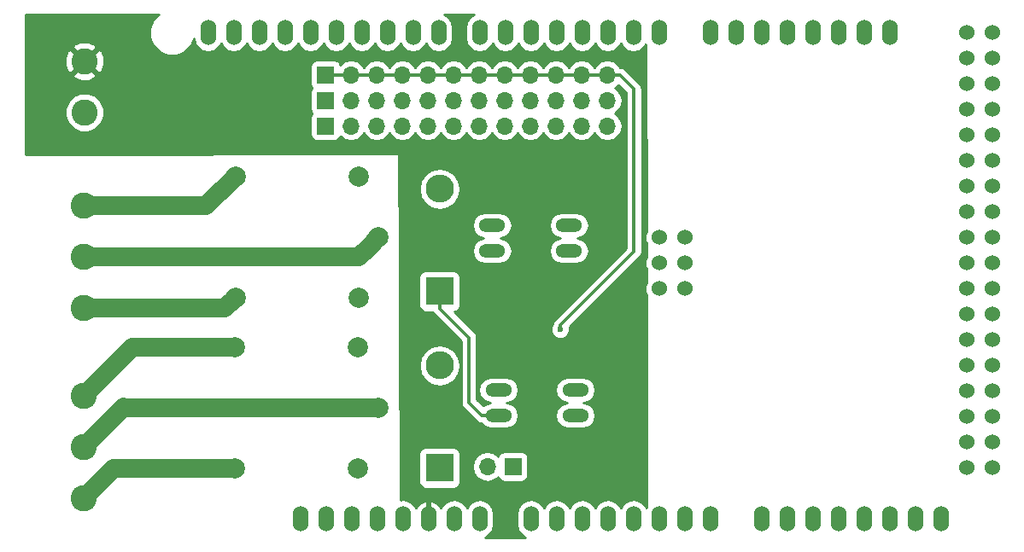
<source format=gbr>
G04 #@! TF.FileFunction,Copper,L2,Bot,Signal*
%FSLAX46Y46*%
G04 Gerber Fmt 4.6, Leading zero omitted, Abs format (unit mm)*
G04 Created by KiCad (PCBNEW 4.0.4-stable) date 04/20/17 14:33:44*
%MOMM*%
%LPD*%
G01*
G04 APERTURE LIST*
%ADD10C,0.100000*%
%ADD11C,0.600000*%
%ADD12R,2.800000X2.800000*%
%ADD13O,2.800000X2.800000*%
%ADD14R,1.700000X1.700000*%
%ADD15O,1.700000X1.700000*%
%ADD16C,2.000000*%
%ADD17O,1.524000X2.540000*%
%ADD18C,1.524000*%
%ADD19O,2.641600X1.320800*%
%ADD20C,2.600000*%
%ADD21C,0.300000*%
%ADD22C,1.850000*%
%ADD23C,0.254000*%
G04 APERTURE END LIST*
D10*
D11*
X196040000Y-65910000D03*
X193850000Y-65840000D03*
X190910000Y-65870000D03*
X188250000Y-65870000D03*
X198440000Y-65890000D03*
X166420000Y-59670000D03*
X164420000Y-59670000D03*
X162420000Y-59670000D03*
X160420000Y-59670000D03*
X166420000Y-57670000D03*
X164420000Y-57670000D03*
X162420000Y-57670000D03*
X160420000Y-57670000D03*
X199350000Y-82770000D03*
X197350000Y-82770000D03*
X199350000Y-80770000D03*
D12*
X189380000Y-96870000D03*
D13*
X189380000Y-86710000D03*
D12*
X189380000Y-79340000D03*
D13*
X189380000Y-69180000D03*
D14*
X178070000Y-60390000D03*
D15*
X180610000Y-60390000D03*
X183150000Y-60390000D03*
X185690000Y-60390000D03*
X188230000Y-60390000D03*
X190770000Y-60390000D03*
X193310000Y-60390000D03*
X195850000Y-60390000D03*
X198390000Y-60390000D03*
X200930000Y-60390000D03*
X203470000Y-60390000D03*
X206010000Y-60390000D03*
D14*
X178070000Y-62930000D03*
D15*
X180610000Y-62930000D03*
X183150000Y-62930000D03*
X185690000Y-62930000D03*
X188230000Y-62930000D03*
X190770000Y-62930000D03*
X193310000Y-62930000D03*
X195850000Y-62930000D03*
X198390000Y-62930000D03*
X200930000Y-62930000D03*
X203470000Y-62930000D03*
X206010000Y-62930000D03*
D14*
X196650000Y-96730000D03*
D15*
X194110000Y-96730000D03*
D14*
X178070000Y-57870000D03*
D15*
X180610000Y-57870000D03*
X183150000Y-57870000D03*
X185690000Y-57870000D03*
X188230000Y-57870000D03*
X190770000Y-57870000D03*
X193310000Y-57870000D03*
X195850000Y-57870000D03*
X198390000Y-57870000D03*
X200930000Y-57870000D03*
X203470000Y-57870000D03*
X206010000Y-57870000D03*
D16*
X183320000Y-90880000D03*
X181320000Y-96880000D03*
X181320000Y-84880000D03*
X169120000Y-96880000D03*
X169120000Y-84880000D03*
X183340000Y-73950000D03*
X181340000Y-79950000D03*
X181340000Y-67950000D03*
X169140000Y-79950000D03*
X169140000Y-67950000D03*
D17*
X216210000Y-53680000D03*
X218750000Y-53680000D03*
X221290000Y-53680000D03*
X223830000Y-53680000D03*
X226370000Y-53680000D03*
X228910000Y-53680000D03*
X231450000Y-53680000D03*
X233990000Y-53680000D03*
X239070000Y-101940000D03*
X236530000Y-101940000D03*
X233990000Y-101940000D03*
X231450000Y-101940000D03*
X221290000Y-101940000D03*
X216210000Y-101940000D03*
X213670000Y-101940000D03*
X223830000Y-101940000D03*
X226370000Y-101940000D03*
X228910000Y-101940000D03*
X211130000Y-101940000D03*
X208590000Y-101940000D03*
X206050000Y-101940000D03*
X198430000Y-101940000D03*
X200970000Y-101940000D03*
X203510000Y-101940000D03*
X193350000Y-101940000D03*
X190810000Y-101940000D03*
X188270000Y-101940000D03*
X183190000Y-101940000D03*
X180650000Y-101940000D03*
X211130000Y-53680000D03*
X208590000Y-53680000D03*
X206050000Y-53680000D03*
X203510000Y-53680000D03*
X200970000Y-53680000D03*
X198430000Y-53680000D03*
X195890000Y-53680000D03*
X193350000Y-53680000D03*
X189286000Y-53680000D03*
X186746000Y-53680000D03*
X184206000Y-53680000D03*
X181666000Y-53680000D03*
X179126000Y-53680000D03*
X176586000Y-53680000D03*
X174046000Y-53680000D03*
X171506000Y-53680000D03*
X185730000Y-101940000D03*
D18*
X241610000Y-56220000D03*
X244150000Y-56220000D03*
X241610000Y-58760000D03*
X244150000Y-58760000D03*
X241610000Y-61300000D03*
X244150000Y-61300000D03*
X241610000Y-63840000D03*
X244150000Y-63840000D03*
X241610000Y-53680000D03*
X244150000Y-53680000D03*
X244150000Y-66380000D03*
X241610000Y-66380000D03*
X241610000Y-68920000D03*
X244150000Y-68920000D03*
X241610000Y-71460000D03*
X244150000Y-71460000D03*
X241610000Y-74000000D03*
X244150000Y-74000000D03*
X241610000Y-76540000D03*
X244150000Y-76540000D03*
X241610000Y-79080000D03*
X244150000Y-79080000D03*
X241610000Y-81620000D03*
X244150000Y-81620000D03*
X241610000Y-84160000D03*
X244150000Y-84160000D03*
X241610000Y-86700000D03*
X244150000Y-86700000D03*
X241610000Y-89240000D03*
X244150000Y-89240000D03*
X241610000Y-91780000D03*
X244150000Y-91780000D03*
X241610000Y-94320000D03*
X244150000Y-94320000D03*
X241610000Y-96860000D03*
X244150000Y-96860000D03*
X211130000Y-74000000D03*
X213670000Y-74000000D03*
X211130000Y-76540000D03*
X213670000Y-76540000D03*
X211130000Y-79080000D03*
X213670000Y-79080000D03*
D17*
X178110000Y-101940000D03*
X175570000Y-101940000D03*
X168966000Y-53680000D03*
X166426000Y-53680000D03*
D19*
X202840000Y-91670000D03*
X202840000Y-89130000D03*
X195220000Y-89130000D03*
X195220000Y-91670000D03*
X202200000Y-75310000D03*
X202200000Y-72770000D03*
X194580000Y-72770000D03*
X194580000Y-75310000D03*
D20*
X154130000Y-75920000D03*
X154130000Y-70840000D03*
X154130000Y-81000000D03*
X154090000Y-94810000D03*
X154090000Y-89730000D03*
X154090000Y-99890000D03*
X154180000Y-56510000D03*
X154180000Y-61590000D03*
D11*
X197350000Y-80770000D03*
X201330000Y-83130000D03*
D21*
X195850000Y-57870000D02*
X198390000Y-57870000D01*
X203470000Y-57870000D02*
X206010000Y-57870000D01*
X200930000Y-57870000D02*
X203470000Y-57870000D01*
X198390000Y-57870000D02*
X200930000Y-57870000D01*
X193310000Y-57870000D02*
X195850000Y-57870000D01*
X190770000Y-57870000D02*
X193310000Y-57870000D01*
X188230000Y-57870000D02*
X190770000Y-57870000D01*
X185690000Y-57870000D02*
X188230000Y-57870000D01*
X183150000Y-57870000D02*
X185690000Y-57870000D01*
X180610000Y-57870000D02*
X183150000Y-57870000D01*
X178070000Y-57870000D02*
X180610000Y-57870000D01*
X201330000Y-83130000D02*
X201330000Y-82705736D01*
X201330000Y-82705736D02*
X208650000Y-75385736D01*
X208650000Y-75385736D02*
X208650000Y-59280000D01*
X208650000Y-59280000D02*
X207240000Y-57870000D01*
X207240000Y-57870000D02*
X206010000Y-57870000D01*
X192290000Y-90360800D02*
X192290000Y-83950000D01*
X192290000Y-83950000D02*
X189380000Y-81040000D01*
X189380000Y-81040000D02*
X189380000Y-79340000D01*
X195220000Y-91670000D02*
X193599200Y-91670000D01*
X193599200Y-91670000D02*
X192290000Y-90360800D01*
X193919600Y-75310000D02*
X194580000Y-75310000D01*
D22*
X154130000Y-81000000D02*
X168090000Y-81000000D01*
X168090000Y-81000000D02*
X169140000Y-79950000D01*
X154130000Y-75920000D02*
X154140000Y-75910000D01*
X154140000Y-75910000D02*
X181380000Y-75910000D01*
X181380000Y-75910000D02*
X182340001Y-74949999D01*
X182340001Y-74949999D02*
X183340000Y-73950000D01*
X154130000Y-70840000D02*
X166250000Y-70840000D01*
X166250000Y-70840000D02*
X169140000Y-67950000D01*
X155389999Y-98580001D02*
X157090000Y-96880000D01*
X157090000Y-96880000D02*
X169120000Y-96880000D01*
X154090000Y-99890000D02*
X155389999Y-98590001D01*
X155389999Y-98590001D02*
X155389999Y-98580001D01*
X158100000Y-90800000D02*
X158180000Y-90880000D01*
X158180000Y-90880000D02*
X183320000Y-90880000D01*
X154090000Y-94810000D02*
X158100000Y-90800000D01*
X154090000Y-89730000D02*
X158940000Y-84880000D01*
X158940000Y-84880000D02*
X159560000Y-84880000D01*
X159560000Y-84880000D02*
X169120000Y-84880000D01*
D23*
G36*
X192362172Y-52146851D02*
X192059340Y-52600070D01*
X191953000Y-53134679D01*
X191953000Y-54225321D01*
X192059340Y-54759930D01*
X192362172Y-55213149D01*
X192815391Y-55515981D01*
X193350000Y-55622321D01*
X193884609Y-55515981D01*
X194337828Y-55213149D01*
X194620000Y-54790850D01*
X194902172Y-55213149D01*
X195355391Y-55515981D01*
X195890000Y-55622321D01*
X196424609Y-55515981D01*
X196877828Y-55213149D01*
X197160000Y-54790850D01*
X197442172Y-55213149D01*
X197895391Y-55515981D01*
X198430000Y-55622321D01*
X198964609Y-55515981D01*
X199417828Y-55213149D01*
X199700000Y-54790850D01*
X199982172Y-55213149D01*
X200435391Y-55515981D01*
X200970000Y-55622321D01*
X201504609Y-55515981D01*
X201957828Y-55213149D01*
X202240000Y-54790850D01*
X202522172Y-55213149D01*
X202975391Y-55515981D01*
X203510000Y-55622321D01*
X204044609Y-55515981D01*
X204497828Y-55213149D01*
X204780000Y-54790850D01*
X205062172Y-55213149D01*
X205515391Y-55515981D01*
X206050000Y-55622321D01*
X206584609Y-55515981D01*
X207037828Y-55213149D01*
X207320000Y-54790850D01*
X207602172Y-55213149D01*
X208055391Y-55515981D01*
X208590000Y-55622321D01*
X209124609Y-55515981D01*
X209577828Y-55213149D01*
X209836495Y-54826028D01*
X209861424Y-73412206D01*
X209733243Y-73720900D01*
X209732758Y-74276661D01*
X209863006Y-74591886D01*
X209864819Y-75944028D01*
X209733243Y-76260900D01*
X209732758Y-76816661D01*
X209866424Y-77140158D01*
X209868215Y-78475850D01*
X209733243Y-78800900D01*
X209732758Y-79356661D01*
X209869842Y-79688430D01*
X209898120Y-100772099D01*
X209860000Y-100829150D01*
X209577828Y-100406851D01*
X209124609Y-100104019D01*
X208590000Y-99997679D01*
X208055391Y-100104019D01*
X207602172Y-100406851D01*
X207320000Y-100829150D01*
X207037828Y-100406851D01*
X206584609Y-100104019D01*
X206050000Y-99997679D01*
X205515391Y-100104019D01*
X205062172Y-100406851D01*
X204780000Y-100829150D01*
X204497828Y-100406851D01*
X204044609Y-100104019D01*
X203510000Y-99997679D01*
X202975391Y-100104019D01*
X202522172Y-100406851D01*
X202240000Y-100829150D01*
X201957828Y-100406851D01*
X201504609Y-100104019D01*
X200970000Y-99997679D01*
X200435391Y-100104019D01*
X199982172Y-100406851D01*
X199700000Y-100829150D01*
X199417828Y-100406851D01*
X198964609Y-100104019D01*
X198430000Y-99997679D01*
X197895391Y-100104019D01*
X197442172Y-100406851D01*
X197139340Y-100860070D01*
X197033000Y-101394679D01*
X197033000Y-102485321D01*
X197139340Y-103019930D01*
X197442172Y-103473149D01*
X197895391Y-103775981D01*
X197915596Y-103780000D01*
X193864404Y-103780000D01*
X193884609Y-103775981D01*
X194337828Y-103473149D01*
X194640660Y-103019930D01*
X194747000Y-102485321D01*
X194747000Y-101394679D01*
X194640660Y-100860070D01*
X194337828Y-100406851D01*
X193884609Y-100104019D01*
X193350000Y-99997679D01*
X192815391Y-100104019D01*
X192362172Y-100406851D01*
X192080000Y-100829150D01*
X191797828Y-100406851D01*
X191344609Y-100104019D01*
X190810000Y-99997679D01*
X190275391Y-100104019D01*
X189822172Y-100406851D01*
X189530670Y-100843113D01*
X189512059Y-100780059D01*
X189168026Y-100354370D01*
X188687277Y-100092740D01*
X188613070Y-100077780D01*
X188397000Y-100200280D01*
X188397000Y-101813000D01*
X188417000Y-101813000D01*
X188417000Y-102067000D01*
X188397000Y-102067000D01*
X188397000Y-102087000D01*
X188143000Y-102087000D01*
X188143000Y-102067000D01*
X188123000Y-102067000D01*
X188123000Y-101813000D01*
X188143000Y-101813000D01*
X188143000Y-100200280D01*
X187926930Y-100077780D01*
X187852723Y-100092740D01*
X187371974Y-100354370D01*
X187027941Y-100780059D01*
X187009330Y-100843113D01*
X186717828Y-100406851D01*
X186264609Y-100104019D01*
X185730000Y-99997679D01*
X185515141Y-100040417D01*
X185516970Y-99105755D01*
X185523208Y-99080802D01*
X185526998Y-99049350D01*
X185508682Y-95470000D01*
X187332560Y-95470000D01*
X187332560Y-98270000D01*
X187376838Y-98505317D01*
X187515910Y-98721441D01*
X187728110Y-98866431D01*
X187980000Y-98917440D01*
X190780000Y-98917440D01*
X191015317Y-98873162D01*
X191231441Y-98734090D01*
X191376431Y-98521890D01*
X191427440Y-98270000D01*
X191427440Y-96700907D01*
X192625000Y-96700907D01*
X192625000Y-96759093D01*
X192738039Y-97327378D01*
X193059946Y-97809147D01*
X193541715Y-98131054D01*
X194110000Y-98244093D01*
X194678285Y-98131054D01*
X195160054Y-97809147D01*
X195187850Y-97767548D01*
X195196838Y-97815317D01*
X195335910Y-98031441D01*
X195548110Y-98176431D01*
X195800000Y-98227440D01*
X197500000Y-98227440D01*
X197735317Y-98183162D01*
X197951441Y-98044090D01*
X198096431Y-97831890D01*
X198147440Y-97580000D01*
X198147440Y-95880000D01*
X198103162Y-95644683D01*
X197964090Y-95428559D01*
X197751890Y-95283569D01*
X197500000Y-95232560D01*
X195800000Y-95232560D01*
X195564683Y-95276838D01*
X195348559Y-95415910D01*
X195203569Y-95628110D01*
X195189914Y-95695541D01*
X195160054Y-95650853D01*
X194678285Y-95328946D01*
X194110000Y-95215907D01*
X193541715Y-95328946D01*
X193059946Y-95650853D01*
X192738039Y-96132622D01*
X192625000Y-96700907D01*
X191427440Y-96700907D01*
X191427440Y-95470000D01*
X191383162Y-95234683D01*
X191244090Y-95018559D01*
X191031890Y-94873569D01*
X190780000Y-94822560D01*
X187980000Y-94822560D01*
X187744683Y-94866838D01*
X187528559Y-95005910D01*
X187383569Y-95218110D01*
X187332560Y-95470000D01*
X185508682Y-95470000D01*
X185463650Y-86670132D01*
X187345000Y-86670132D01*
X187345000Y-86749868D01*
X187499905Y-87528629D01*
X187941038Y-88188830D01*
X188601239Y-88629963D01*
X189380000Y-88784868D01*
X190158761Y-88629963D01*
X190818962Y-88188830D01*
X191260095Y-87528629D01*
X191415000Y-86749868D01*
X191415000Y-86670132D01*
X191260095Y-85891371D01*
X190818962Y-85231170D01*
X190158761Y-84790037D01*
X189380000Y-84635132D01*
X188601239Y-84790037D01*
X187941038Y-85231170D01*
X187499905Y-85891371D01*
X187345000Y-86670132D01*
X185463650Y-86670132D01*
X185418974Y-77940000D01*
X187332560Y-77940000D01*
X187332560Y-80740000D01*
X187376838Y-80975317D01*
X187515910Y-81191441D01*
X187728110Y-81336431D01*
X187980000Y-81387440D01*
X188686181Y-81387440D01*
X188824921Y-81595079D01*
X191505000Y-84275157D01*
X191505000Y-90360800D01*
X191564755Y-90661207D01*
X191734921Y-90915879D01*
X193044121Y-92225079D01*
X193298794Y-92395245D01*
X193505295Y-92436321D01*
X193605298Y-92585986D01*
X194025556Y-92866794D01*
X194521284Y-92965400D01*
X195918716Y-92965400D01*
X196414444Y-92866794D01*
X196834702Y-92585986D01*
X197115510Y-92165728D01*
X197214116Y-91670000D01*
X197115510Y-91174272D01*
X196834702Y-90754014D01*
X196414444Y-90473206D01*
X196046411Y-90400000D01*
X196414444Y-90326794D01*
X196834702Y-90045986D01*
X197115510Y-89625728D01*
X197214116Y-89130000D01*
X200845884Y-89130000D01*
X200944490Y-89625728D01*
X201225298Y-90045986D01*
X201645556Y-90326794D01*
X202013589Y-90400000D01*
X201645556Y-90473206D01*
X201225298Y-90754014D01*
X200944490Y-91174272D01*
X200845884Y-91670000D01*
X200944490Y-92165728D01*
X201225298Y-92585986D01*
X201645556Y-92866794D01*
X202141284Y-92965400D01*
X203538716Y-92965400D01*
X204034444Y-92866794D01*
X204454702Y-92585986D01*
X204735510Y-92165728D01*
X204834116Y-91670000D01*
X204735510Y-91174272D01*
X204454702Y-90754014D01*
X204034444Y-90473206D01*
X203666411Y-90400000D01*
X204034444Y-90326794D01*
X204454702Y-90045986D01*
X204735510Y-89625728D01*
X204834116Y-89130000D01*
X204735510Y-88634272D01*
X204454702Y-88214014D01*
X204034444Y-87933206D01*
X203538716Y-87834600D01*
X202141284Y-87834600D01*
X201645556Y-87933206D01*
X201225298Y-88214014D01*
X200944490Y-88634272D01*
X200845884Y-89130000D01*
X197214116Y-89130000D01*
X197115510Y-88634272D01*
X196834702Y-88214014D01*
X196414444Y-87933206D01*
X195918716Y-87834600D01*
X194521284Y-87834600D01*
X194025556Y-87933206D01*
X193605298Y-88214014D01*
X193324490Y-88634272D01*
X193225884Y-89130000D01*
X193324490Y-89625728D01*
X193605298Y-90045986D01*
X194025556Y-90326794D01*
X194393589Y-90400000D01*
X194025556Y-90473206D01*
X193718040Y-90678682D01*
X193075000Y-90035642D01*
X193075000Y-83950000D01*
X193015245Y-83649594D01*
X192845079Y-83394921D01*
X192845076Y-83394919D01*
X190828476Y-81378319D01*
X191015317Y-81343162D01*
X191231441Y-81204090D01*
X191376431Y-80991890D01*
X191427440Y-80740000D01*
X191427440Y-77940000D01*
X191383162Y-77704683D01*
X191244090Y-77488559D01*
X191031890Y-77343569D01*
X190780000Y-77292560D01*
X187980000Y-77292560D01*
X187744683Y-77336838D01*
X187528559Y-77475910D01*
X187383569Y-77688110D01*
X187332560Y-77940000D01*
X185418974Y-77940000D01*
X185392517Y-72770000D01*
X192585884Y-72770000D01*
X192684490Y-73265728D01*
X192965298Y-73685986D01*
X193385556Y-73966794D01*
X193753589Y-74040000D01*
X193385556Y-74113206D01*
X192965298Y-74394014D01*
X192684490Y-74814272D01*
X192585884Y-75310000D01*
X192684490Y-75805728D01*
X192965298Y-76225986D01*
X193385556Y-76506794D01*
X193881284Y-76605400D01*
X195278716Y-76605400D01*
X195774444Y-76506794D01*
X196194702Y-76225986D01*
X196475510Y-75805728D01*
X196574116Y-75310000D01*
X196475510Y-74814272D01*
X196194702Y-74394014D01*
X195774444Y-74113206D01*
X195406411Y-74040000D01*
X195774444Y-73966794D01*
X196194702Y-73685986D01*
X196475510Y-73265728D01*
X196574116Y-72770000D01*
X200205884Y-72770000D01*
X200304490Y-73265728D01*
X200585298Y-73685986D01*
X201005556Y-73966794D01*
X201373589Y-74040000D01*
X201005556Y-74113206D01*
X200585298Y-74394014D01*
X200304490Y-74814272D01*
X200205884Y-75310000D01*
X200304490Y-75805728D01*
X200585298Y-76225986D01*
X201005556Y-76506794D01*
X201501284Y-76605400D01*
X202898716Y-76605400D01*
X203394444Y-76506794D01*
X203814702Y-76225986D01*
X204095510Y-75805728D01*
X204194116Y-75310000D01*
X204095510Y-74814272D01*
X203814702Y-74394014D01*
X203394444Y-74113206D01*
X203026411Y-74040000D01*
X203394444Y-73966794D01*
X203814702Y-73685986D01*
X204095510Y-73265728D01*
X204194116Y-72770000D01*
X204095510Y-72274272D01*
X203814702Y-71854014D01*
X203394444Y-71573206D01*
X202898716Y-71474600D01*
X201501284Y-71474600D01*
X201005556Y-71573206D01*
X200585298Y-71854014D01*
X200304490Y-72274272D01*
X200205884Y-72770000D01*
X196574116Y-72770000D01*
X196475510Y-72274272D01*
X196194702Y-71854014D01*
X195774444Y-71573206D01*
X195278716Y-71474600D01*
X193881284Y-71474600D01*
X193385556Y-71573206D01*
X192965298Y-71854014D01*
X192684490Y-72274272D01*
X192585884Y-72770000D01*
X185392517Y-72770000D01*
X185373941Y-69140132D01*
X187345000Y-69140132D01*
X187345000Y-69219868D01*
X187499905Y-69998629D01*
X187941038Y-70658830D01*
X188601239Y-71099963D01*
X189380000Y-71254868D01*
X190158761Y-71099963D01*
X190818962Y-70658830D01*
X191260095Y-69998629D01*
X191415000Y-69219868D01*
X191415000Y-69140132D01*
X191260095Y-68361371D01*
X190818962Y-67701170D01*
X190158761Y-67260037D01*
X189380000Y-67105132D01*
X188601239Y-67260037D01*
X187941038Y-67701170D01*
X187499905Y-68361371D01*
X187345000Y-69140132D01*
X185373941Y-69140132D01*
X185356998Y-65829350D01*
X185348216Y-65783588D01*
X185320845Y-65741252D01*
X185279160Y-65712900D01*
X185229728Y-65703000D01*
X148350000Y-65781887D01*
X148350000Y-61973207D01*
X152244665Y-61973207D01*
X152538630Y-62684658D01*
X153082479Y-63229457D01*
X153793416Y-63524663D01*
X154563207Y-63525335D01*
X155274658Y-63231370D01*
X155819457Y-62687521D01*
X156114663Y-61976584D01*
X156115335Y-61206793D01*
X155821370Y-60495342D01*
X155277521Y-59950543D01*
X154566584Y-59655337D01*
X153796793Y-59654665D01*
X153085342Y-59948630D01*
X152540543Y-60492479D01*
X152245337Y-61203416D01*
X152244665Y-61973207D01*
X148350000Y-61973207D01*
X148350000Y-57879459D01*
X152990146Y-57879459D01*
X153125504Y-58177455D01*
X153843880Y-58454066D01*
X154613427Y-58434710D01*
X155234496Y-58177455D01*
X155369854Y-57879459D01*
X154180000Y-56689605D01*
X152990146Y-57879459D01*
X148350000Y-57879459D01*
X148350000Y-56173880D01*
X152235934Y-56173880D01*
X152255290Y-56943427D01*
X152512545Y-57564496D01*
X152810541Y-57699854D01*
X154000395Y-56510000D01*
X154359605Y-56510000D01*
X155549459Y-57699854D01*
X155847455Y-57564496D01*
X156057113Y-57020000D01*
X176572560Y-57020000D01*
X176572560Y-58720000D01*
X176616838Y-58955317D01*
X176730387Y-59131777D01*
X176623569Y-59288110D01*
X176572560Y-59540000D01*
X176572560Y-61240000D01*
X176616838Y-61475317D01*
X176737015Y-61662077D01*
X176623569Y-61828110D01*
X176572560Y-62080000D01*
X176572560Y-63780000D01*
X176616838Y-64015317D01*
X176755910Y-64231441D01*
X176968110Y-64376431D01*
X177220000Y-64427440D01*
X178920000Y-64427440D01*
X179155317Y-64383162D01*
X179371441Y-64244090D01*
X179516431Y-64031890D01*
X179530086Y-63964459D01*
X179559946Y-64009147D01*
X180041715Y-64331054D01*
X180610000Y-64444093D01*
X181178285Y-64331054D01*
X181660054Y-64009147D01*
X181880000Y-63679974D01*
X182099946Y-64009147D01*
X182581715Y-64331054D01*
X183150000Y-64444093D01*
X183718285Y-64331054D01*
X184200054Y-64009147D01*
X184420000Y-63679974D01*
X184639946Y-64009147D01*
X185121715Y-64331054D01*
X185690000Y-64444093D01*
X186258285Y-64331054D01*
X186740054Y-64009147D01*
X186960000Y-63679974D01*
X187179946Y-64009147D01*
X187661715Y-64331054D01*
X188230000Y-64444093D01*
X188798285Y-64331054D01*
X189280054Y-64009147D01*
X189500000Y-63679974D01*
X189719946Y-64009147D01*
X190201715Y-64331054D01*
X190770000Y-64444093D01*
X191338285Y-64331054D01*
X191820054Y-64009147D01*
X192040000Y-63679974D01*
X192259946Y-64009147D01*
X192741715Y-64331054D01*
X193310000Y-64444093D01*
X193878285Y-64331054D01*
X194360054Y-64009147D01*
X194580000Y-63679974D01*
X194799946Y-64009147D01*
X195281715Y-64331054D01*
X195850000Y-64444093D01*
X196418285Y-64331054D01*
X196900054Y-64009147D01*
X197120000Y-63679974D01*
X197339946Y-64009147D01*
X197821715Y-64331054D01*
X198390000Y-64444093D01*
X198958285Y-64331054D01*
X199440054Y-64009147D01*
X199660000Y-63679974D01*
X199879946Y-64009147D01*
X200361715Y-64331054D01*
X200930000Y-64444093D01*
X201498285Y-64331054D01*
X201980054Y-64009147D01*
X202200000Y-63679974D01*
X202419946Y-64009147D01*
X202901715Y-64331054D01*
X203470000Y-64444093D01*
X204038285Y-64331054D01*
X204520054Y-64009147D01*
X204740000Y-63679974D01*
X204959946Y-64009147D01*
X205441715Y-64331054D01*
X206010000Y-64444093D01*
X206578285Y-64331054D01*
X207060054Y-64009147D01*
X207381961Y-63527378D01*
X207495000Y-62959093D01*
X207495000Y-62900907D01*
X207381961Y-62332622D01*
X207060054Y-61850853D01*
X206774422Y-61660000D01*
X207060054Y-61469147D01*
X207381961Y-60987378D01*
X207495000Y-60419093D01*
X207495000Y-60360907D01*
X207381961Y-59792622D01*
X207060054Y-59310853D01*
X206789388Y-59130000D01*
X207060054Y-58949147D01*
X207119709Y-58859867D01*
X207865000Y-59605158D01*
X207865000Y-75060578D01*
X200774921Y-82150657D01*
X200604755Y-82405329D01*
X200573989Y-82560000D01*
X200573107Y-82564436D01*
X200537808Y-82599673D01*
X200395162Y-82943201D01*
X200394838Y-83315167D01*
X200536883Y-83658943D01*
X200799673Y-83922192D01*
X201143201Y-84064838D01*
X201515167Y-84065162D01*
X201858943Y-83923117D01*
X202122192Y-83660327D01*
X202264838Y-83316799D01*
X202265162Y-82944833D01*
X202246420Y-82899474D01*
X209205079Y-75940815D01*
X209375245Y-75686143D01*
X209435000Y-75385736D01*
X209435000Y-59280000D01*
X209387082Y-59039100D01*
X209375245Y-58979593D01*
X209205079Y-58724921D01*
X207795079Y-57314921D01*
X207540407Y-57144755D01*
X207259140Y-57088807D01*
X207060054Y-56790853D01*
X206578285Y-56468946D01*
X206010000Y-56355907D01*
X205441715Y-56468946D01*
X204959946Y-56790853D01*
X204763404Y-57085000D01*
X204716596Y-57085000D01*
X204520054Y-56790853D01*
X204038285Y-56468946D01*
X203470000Y-56355907D01*
X202901715Y-56468946D01*
X202419946Y-56790853D01*
X202223404Y-57085000D01*
X202176596Y-57085000D01*
X201980054Y-56790853D01*
X201498285Y-56468946D01*
X200930000Y-56355907D01*
X200361715Y-56468946D01*
X199879946Y-56790853D01*
X199683404Y-57085000D01*
X199636596Y-57085000D01*
X199440054Y-56790853D01*
X198958285Y-56468946D01*
X198390000Y-56355907D01*
X197821715Y-56468946D01*
X197339946Y-56790853D01*
X197143404Y-57085000D01*
X197096596Y-57085000D01*
X196900054Y-56790853D01*
X196418285Y-56468946D01*
X195850000Y-56355907D01*
X195281715Y-56468946D01*
X194799946Y-56790853D01*
X194603404Y-57085000D01*
X194556596Y-57085000D01*
X194360054Y-56790853D01*
X193878285Y-56468946D01*
X193310000Y-56355907D01*
X192741715Y-56468946D01*
X192259946Y-56790853D01*
X192063404Y-57085000D01*
X192016596Y-57085000D01*
X191820054Y-56790853D01*
X191338285Y-56468946D01*
X190770000Y-56355907D01*
X190201715Y-56468946D01*
X189719946Y-56790853D01*
X189523404Y-57085000D01*
X189476596Y-57085000D01*
X189280054Y-56790853D01*
X188798285Y-56468946D01*
X188230000Y-56355907D01*
X187661715Y-56468946D01*
X187179946Y-56790853D01*
X186983404Y-57085000D01*
X186936596Y-57085000D01*
X186740054Y-56790853D01*
X186258285Y-56468946D01*
X185690000Y-56355907D01*
X185121715Y-56468946D01*
X184639946Y-56790853D01*
X184443404Y-57085000D01*
X184396596Y-57085000D01*
X184200054Y-56790853D01*
X183718285Y-56468946D01*
X183150000Y-56355907D01*
X182581715Y-56468946D01*
X182099946Y-56790853D01*
X181903404Y-57085000D01*
X181856596Y-57085000D01*
X181660054Y-56790853D01*
X181178285Y-56468946D01*
X180610000Y-56355907D01*
X180041715Y-56468946D01*
X179559946Y-56790853D01*
X179532150Y-56832452D01*
X179523162Y-56784683D01*
X179384090Y-56568559D01*
X179171890Y-56423569D01*
X178920000Y-56372560D01*
X177220000Y-56372560D01*
X176984683Y-56416838D01*
X176768559Y-56555910D01*
X176623569Y-56768110D01*
X176572560Y-57020000D01*
X156057113Y-57020000D01*
X156124066Y-56846120D01*
X156104710Y-56076573D01*
X155847455Y-55455504D01*
X155549459Y-55320146D01*
X154359605Y-56510000D01*
X154000395Y-56510000D01*
X152810541Y-55320146D01*
X152512545Y-55455504D01*
X152235934Y-56173880D01*
X148350000Y-56173880D01*
X148350000Y-55140541D01*
X152990146Y-55140541D01*
X154180000Y-56330395D01*
X155369854Y-55140541D01*
X155234496Y-54842545D01*
X154516120Y-54565934D01*
X153746573Y-54585290D01*
X153125504Y-54842545D01*
X152990146Y-55140541D01*
X148350000Y-55140541D01*
X148350000Y-51859853D01*
X161550231Y-51857118D01*
X160986955Y-52419411D01*
X160647887Y-53235978D01*
X160647115Y-54120143D01*
X160984758Y-54937300D01*
X161609411Y-55563045D01*
X162425978Y-55902113D01*
X163310143Y-55902885D01*
X164127300Y-55565242D01*
X164753045Y-54940589D01*
X165035818Y-54259596D01*
X165135340Y-54759930D01*
X165438172Y-55213149D01*
X165891391Y-55515981D01*
X166426000Y-55622321D01*
X166960609Y-55515981D01*
X167413828Y-55213149D01*
X167696000Y-54790850D01*
X167978172Y-55213149D01*
X168431391Y-55515981D01*
X168966000Y-55622321D01*
X169500609Y-55515981D01*
X169953828Y-55213149D01*
X170236000Y-54790850D01*
X170518172Y-55213149D01*
X170971391Y-55515981D01*
X171506000Y-55622321D01*
X172040609Y-55515981D01*
X172493828Y-55213149D01*
X172776000Y-54790850D01*
X173058172Y-55213149D01*
X173511391Y-55515981D01*
X174046000Y-55622321D01*
X174580609Y-55515981D01*
X175033828Y-55213149D01*
X175316000Y-54790850D01*
X175598172Y-55213149D01*
X176051391Y-55515981D01*
X176586000Y-55622321D01*
X177120609Y-55515981D01*
X177573828Y-55213149D01*
X177856000Y-54790850D01*
X178138172Y-55213149D01*
X178591391Y-55515981D01*
X179126000Y-55622321D01*
X179660609Y-55515981D01*
X180113828Y-55213149D01*
X180396000Y-54790850D01*
X180678172Y-55213149D01*
X181131391Y-55515981D01*
X181666000Y-55622321D01*
X182200609Y-55515981D01*
X182653828Y-55213149D01*
X182936000Y-54790850D01*
X183218172Y-55213149D01*
X183671391Y-55515981D01*
X184206000Y-55622321D01*
X184740609Y-55515981D01*
X185193828Y-55213149D01*
X185476000Y-54790850D01*
X185758172Y-55213149D01*
X186211391Y-55515981D01*
X186746000Y-55622321D01*
X187280609Y-55515981D01*
X187733828Y-55213149D01*
X188016000Y-54790850D01*
X188298172Y-55213149D01*
X188751391Y-55515981D01*
X189286000Y-55622321D01*
X189820609Y-55515981D01*
X190273828Y-55213149D01*
X190576660Y-54759930D01*
X190683000Y-54225321D01*
X190683000Y-53134679D01*
X190576660Y-52600070D01*
X190273828Y-52146851D01*
X189831442Y-51851258D01*
X192805480Y-51850641D01*
X192362172Y-52146851D01*
X192362172Y-52146851D01*
G37*
X192362172Y-52146851D02*
X192059340Y-52600070D01*
X191953000Y-53134679D01*
X191953000Y-54225321D01*
X192059340Y-54759930D01*
X192362172Y-55213149D01*
X192815391Y-55515981D01*
X193350000Y-55622321D01*
X193884609Y-55515981D01*
X194337828Y-55213149D01*
X194620000Y-54790850D01*
X194902172Y-55213149D01*
X195355391Y-55515981D01*
X195890000Y-55622321D01*
X196424609Y-55515981D01*
X196877828Y-55213149D01*
X197160000Y-54790850D01*
X197442172Y-55213149D01*
X197895391Y-55515981D01*
X198430000Y-55622321D01*
X198964609Y-55515981D01*
X199417828Y-55213149D01*
X199700000Y-54790850D01*
X199982172Y-55213149D01*
X200435391Y-55515981D01*
X200970000Y-55622321D01*
X201504609Y-55515981D01*
X201957828Y-55213149D01*
X202240000Y-54790850D01*
X202522172Y-55213149D01*
X202975391Y-55515981D01*
X203510000Y-55622321D01*
X204044609Y-55515981D01*
X204497828Y-55213149D01*
X204780000Y-54790850D01*
X205062172Y-55213149D01*
X205515391Y-55515981D01*
X206050000Y-55622321D01*
X206584609Y-55515981D01*
X207037828Y-55213149D01*
X207320000Y-54790850D01*
X207602172Y-55213149D01*
X208055391Y-55515981D01*
X208590000Y-55622321D01*
X209124609Y-55515981D01*
X209577828Y-55213149D01*
X209836495Y-54826028D01*
X209861424Y-73412206D01*
X209733243Y-73720900D01*
X209732758Y-74276661D01*
X209863006Y-74591886D01*
X209864819Y-75944028D01*
X209733243Y-76260900D01*
X209732758Y-76816661D01*
X209866424Y-77140158D01*
X209868215Y-78475850D01*
X209733243Y-78800900D01*
X209732758Y-79356661D01*
X209869842Y-79688430D01*
X209898120Y-100772099D01*
X209860000Y-100829150D01*
X209577828Y-100406851D01*
X209124609Y-100104019D01*
X208590000Y-99997679D01*
X208055391Y-100104019D01*
X207602172Y-100406851D01*
X207320000Y-100829150D01*
X207037828Y-100406851D01*
X206584609Y-100104019D01*
X206050000Y-99997679D01*
X205515391Y-100104019D01*
X205062172Y-100406851D01*
X204780000Y-100829150D01*
X204497828Y-100406851D01*
X204044609Y-100104019D01*
X203510000Y-99997679D01*
X202975391Y-100104019D01*
X202522172Y-100406851D01*
X202240000Y-100829150D01*
X201957828Y-100406851D01*
X201504609Y-100104019D01*
X200970000Y-99997679D01*
X200435391Y-100104019D01*
X199982172Y-100406851D01*
X199700000Y-100829150D01*
X199417828Y-100406851D01*
X198964609Y-100104019D01*
X198430000Y-99997679D01*
X197895391Y-100104019D01*
X197442172Y-100406851D01*
X197139340Y-100860070D01*
X197033000Y-101394679D01*
X197033000Y-102485321D01*
X197139340Y-103019930D01*
X197442172Y-103473149D01*
X197895391Y-103775981D01*
X197915596Y-103780000D01*
X193864404Y-103780000D01*
X193884609Y-103775981D01*
X194337828Y-103473149D01*
X194640660Y-103019930D01*
X194747000Y-102485321D01*
X194747000Y-101394679D01*
X194640660Y-100860070D01*
X194337828Y-100406851D01*
X193884609Y-100104019D01*
X193350000Y-99997679D01*
X192815391Y-100104019D01*
X192362172Y-100406851D01*
X192080000Y-100829150D01*
X191797828Y-100406851D01*
X191344609Y-100104019D01*
X190810000Y-99997679D01*
X190275391Y-100104019D01*
X189822172Y-100406851D01*
X189530670Y-100843113D01*
X189512059Y-100780059D01*
X189168026Y-100354370D01*
X188687277Y-100092740D01*
X188613070Y-100077780D01*
X188397000Y-100200280D01*
X188397000Y-101813000D01*
X188417000Y-101813000D01*
X188417000Y-102067000D01*
X188397000Y-102067000D01*
X188397000Y-102087000D01*
X188143000Y-102087000D01*
X188143000Y-102067000D01*
X188123000Y-102067000D01*
X188123000Y-101813000D01*
X188143000Y-101813000D01*
X188143000Y-100200280D01*
X187926930Y-100077780D01*
X187852723Y-100092740D01*
X187371974Y-100354370D01*
X187027941Y-100780059D01*
X187009330Y-100843113D01*
X186717828Y-100406851D01*
X186264609Y-100104019D01*
X185730000Y-99997679D01*
X185515141Y-100040417D01*
X185516970Y-99105755D01*
X185523208Y-99080802D01*
X185526998Y-99049350D01*
X185508682Y-95470000D01*
X187332560Y-95470000D01*
X187332560Y-98270000D01*
X187376838Y-98505317D01*
X187515910Y-98721441D01*
X187728110Y-98866431D01*
X187980000Y-98917440D01*
X190780000Y-98917440D01*
X191015317Y-98873162D01*
X191231441Y-98734090D01*
X191376431Y-98521890D01*
X191427440Y-98270000D01*
X191427440Y-96700907D01*
X192625000Y-96700907D01*
X192625000Y-96759093D01*
X192738039Y-97327378D01*
X193059946Y-97809147D01*
X193541715Y-98131054D01*
X194110000Y-98244093D01*
X194678285Y-98131054D01*
X195160054Y-97809147D01*
X195187850Y-97767548D01*
X195196838Y-97815317D01*
X195335910Y-98031441D01*
X195548110Y-98176431D01*
X195800000Y-98227440D01*
X197500000Y-98227440D01*
X197735317Y-98183162D01*
X197951441Y-98044090D01*
X198096431Y-97831890D01*
X198147440Y-97580000D01*
X198147440Y-95880000D01*
X198103162Y-95644683D01*
X197964090Y-95428559D01*
X197751890Y-95283569D01*
X197500000Y-95232560D01*
X195800000Y-95232560D01*
X195564683Y-95276838D01*
X195348559Y-95415910D01*
X195203569Y-95628110D01*
X195189914Y-95695541D01*
X195160054Y-95650853D01*
X194678285Y-95328946D01*
X194110000Y-95215907D01*
X193541715Y-95328946D01*
X193059946Y-95650853D01*
X192738039Y-96132622D01*
X192625000Y-96700907D01*
X191427440Y-96700907D01*
X191427440Y-95470000D01*
X191383162Y-95234683D01*
X191244090Y-95018559D01*
X191031890Y-94873569D01*
X190780000Y-94822560D01*
X187980000Y-94822560D01*
X187744683Y-94866838D01*
X187528559Y-95005910D01*
X187383569Y-95218110D01*
X187332560Y-95470000D01*
X185508682Y-95470000D01*
X185463650Y-86670132D01*
X187345000Y-86670132D01*
X187345000Y-86749868D01*
X187499905Y-87528629D01*
X187941038Y-88188830D01*
X188601239Y-88629963D01*
X189380000Y-88784868D01*
X190158761Y-88629963D01*
X190818962Y-88188830D01*
X191260095Y-87528629D01*
X191415000Y-86749868D01*
X191415000Y-86670132D01*
X191260095Y-85891371D01*
X190818962Y-85231170D01*
X190158761Y-84790037D01*
X189380000Y-84635132D01*
X188601239Y-84790037D01*
X187941038Y-85231170D01*
X187499905Y-85891371D01*
X187345000Y-86670132D01*
X185463650Y-86670132D01*
X185418974Y-77940000D01*
X187332560Y-77940000D01*
X187332560Y-80740000D01*
X187376838Y-80975317D01*
X187515910Y-81191441D01*
X187728110Y-81336431D01*
X187980000Y-81387440D01*
X188686181Y-81387440D01*
X188824921Y-81595079D01*
X191505000Y-84275157D01*
X191505000Y-90360800D01*
X191564755Y-90661207D01*
X191734921Y-90915879D01*
X193044121Y-92225079D01*
X193298794Y-92395245D01*
X193505295Y-92436321D01*
X193605298Y-92585986D01*
X194025556Y-92866794D01*
X194521284Y-92965400D01*
X195918716Y-92965400D01*
X196414444Y-92866794D01*
X196834702Y-92585986D01*
X197115510Y-92165728D01*
X197214116Y-91670000D01*
X197115510Y-91174272D01*
X196834702Y-90754014D01*
X196414444Y-90473206D01*
X196046411Y-90400000D01*
X196414444Y-90326794D01*
X196834702Y-90045986D01*
X197115510Y-89625728D01*
X197214116Y-89130000D01*
X200845884Y-89130000D01*
X200944490Y-89625728D01*
X201225298Y-90045986D01*
X201645556Y-90326794D01*
X202013589Y-90400000D01*
X201645556Y-90473206D01*
X201225298Y-90754014D01*
X200944490Y-91174272D01*
X200845884Y-91670000D01*
X200944490Y-92165728D01*
X201225298Y-92585986D01*
X201645556Y-92866794D01*
X202141284Y-92965400D01*
X203538716Y-92965400D01*
X204034444Y-92866794D01*
X204454702Y-92585986D01*
X204735510Y-92165728D01*
X204834116Y-91670000D01*
X204735510Y-91174272D01*
X204454702Y-90754014D01*
X204034444Y-90473206D01*
X203666411Y-90400000D01*
X204034444Y-90326794D01*
X204454702Y-90045986D01*
X204735510Y-89625728D01*
X204834116Y-89130000D01*
X204735510Y-88634272D01*
X204454702Y-88214014D01*
X204034444Y-87933206D01*
X203538716Y-87834600D01*
X202141284Y-87834600D01*
X201645556Y-87933206D01*
X201225298Y-88214014D01*
X200944490Y-88634272D01*
X200845884Y-89130000D01*
X197214116Y-89130000D01*
X197115510Y-88634272D01*
X196834702Y-88214014D01*
X196414444Y-87933206D01*
X195918716Y-87834600D01*
X194521284Y-87834600D01*
X194025556Y-87933206D01*
X193605298Y-88214014D01*
X193324490Y-88634272D01*
X193225884Y-89130000D01*
X193324490Y-89625728D01*
X193605298Y-90045986D01*
X194025556Y-90326794D01*
X194393589Y-90400000D01*
X194025556Y-90473206D01*
X193718040Y-90678682D01*
X193075000Y-90035642D01*
X193075000Y-83950000D01*
X193015245Y-83649594D01*
X192845079Y-83394921D01*
X192845076Y-83394919D01*
X190828476Y-81378319D01*
X191015317Y-81343162D01*
X191231441Y-81204090D01*
X191376431Y-80991890D01*
X191427440Y-80740000D01*
X191427440Y-77940000D01*
X191383162Y-77704683D01*
X191244090Y-77488559D01*
X191031890Y-77343569D01*
X190780000Y-77292560D01*
X187980000Y-77292560D01*
X187744683Y-77336838D01*
X187528559Y-77475910D01*
X187383569Y-77688110D01*
X187332560Y-77940000D01*
X185418974Y-77940000D01*
X185392517Y-72770000D01*
X192585884Y-72770000D01*
X192684490Y-73265728D01*
X192965298Y-73685986D01*
X193385556Y-73966794D01*
X193753589Y-74040000D01*
X193385556Y-74113206D01*
X192965298Y-74394014D01*
X192684490Y-74814272D01*
X192585884Y-75310000D01*
X192684490Y-75805728D01*
X192965298Y-76225986D01*
X193385556Y-76506794D01*
X193881284Y-76605400D01*
X195278716Y-76605400D01*
X195774444Y-76506794D01*
X196194702Y-76225986D01*
X196475510Y-75805728D01*
X196574116Y-75310000D01*
X196475510Y-74814272D01*
X196194702Y-74394014D01*
X195774444Y-74113206D01*
X195406411Y-74040000D01*
X195774444Y-73966794D01*
X196194702Y-73685986D01*
X196475510Y-73265728D01*
X196574116Y-72770000D01*
X200205884Y-72770000D01*
X200304490Y-73265728D01*
X200585298Y-73685986D01*
X201005556Y-73966794D01*
X201373589Y-74040000D01*
X201005556Y-74113206D01*
X200585298Y-74394014D01*
X200304490Y-74814272D01*
X200205884Y-75310000D01*
X200304490Y-75805728D01*
X200585298Y-76225986D01*
X201005556Y-76506794D01*
X201501284Y-76605400D01*
X202898716Y-76605400D01*
X203394444Y-76506794D01*
X203814702Y-76225986D01*
X204095510Y-75805728D01*
X204194116Y-75310000D01*
X204095510Y-74814272D01*
X203814702Y-74394014D01*
X203394444Y-74113206D01*
X203026411Y-74040000D01*
X203394444Y-73966794D01*
X203814702Y-73685986D01*
X204095510Y-73265728D01*
X204194116Y-72770000D01*
X204095510Y-72274272D01*
X203814702Y-71854014D01*
X203394444Y-71573206D01*
X202898716Y-71474600D01*
X201501284Y-71474600D01*
X201005556Y-71573206D01*
X200585298Y-71854014D01*
X200304490Y-72274272D01*
X200205884Y-72770000D01*
X196574116Y-72770000D01*
X196475510Y-72274272D01*
X196194702Y-71854014D01*
X195774444Y-71573206D01*
X195278716Y-71474600D01*
X193881284Y-71474600D01*
X193385556Y-71573206D01*
X192965298Y-71854014D01*
X192684490Y-72274272D01*
X192585884Y-72770000D01*
X185392517Y-72770000D01*
X185373941Y-69140132D01*
X187345000Y-69140132D01*
X187345000Y-69219868D01*
X187499905Y-69998629D01*
X187941038Y-70658830D01*
X188601239Y-71099963D01*
X189380000Y-71254868D01*
X190158761Y-71099963D01*
X190818962Y-70658830D01*
X191260095Y-69998629D01*
X191415000Y-69219868D01*
X191415000Y-69140132D01*
X191260095Y-68361371D01*
X190818962Y-67701170D01*
X190158761Y-67260037D01*
X189380000Y-67105132D01*
X188601239Y-67260037D01*
X187941038Y-67701170D01*
X187499905Y-68361371D01*
X187345000Y-69140132D01*
X185373941Y-69140132D01*
X185356998Y-65829350D01*
X185348216Y-65783588D01*
X185320845Y-65741252D01*
X185279160Y-65712900D01*
X185229728Y-65703000D01*
X148350000Y-65781887D01*
X148350000Y-61973207D01*
X152244665Y-61973207D01*
X152538630Y-62684658D01*
X153082479Y-63229457D01*
X153793416Y-63524663D01*
X154563207Y-63525335D01*
X155274658Y-63231370D01*
X155819457Y-62687521D01*
X156114663Y-61976584D01*
X156115335Y-61206793D01*
X155821370Y-60495342D01*
X155277521Y-59950543D01*
X154566584Y-59655337D01*
X153796793Y-59654665D01*
X153085342Y-59948630D01*
X152540543Y-60492479D01*
X152245337Y-61203416D01*
X152244665Y-61973207D01*
X148350000Y-61973207D01*
X148350000Y-57879459D01*
X152990146Y-57879459D01*
X153125504Y-58177455D01*
X153843880Y-58454066D01*
X154613427Y-58434710D01*
X155234496Y-58177455D01*
X155369854Y-57879459D01*
X154180000Y-56689605D01*
X152990146Y-57879459D01*
X148350000Y-57879459D01*
X148350000Y-56173880D01*
X152235934Y-56173880D01*
X152255290Y-56943427D01*
X152512545Y-57564496D01*
X152810541Y-57699854D01*
X154000395Y-56510000D01*
X154359605Y-56510000D01*
X155549459Y-57699854D01*
X155847455Y-57564496D01*
X156057113Y-57020000D01*
X176572560Y-57020000D01*
X176572560Y-58720000D01*
X176616838Y-58955317D01*
X176730387Y-59131777D01*
X176623569Y-59288110D01*
X176572560Y-59540000D01*
X176572560Y-61240000D01*
X176616838Y-61475317D01*
X176737015Y-61662077D01*
X176623569Y-61828110D01*
X176572560Y-62080000D01*
X176572560Y-63780000D01*
X176616838Y-64015317D01*
X176755910Y-64231441D01*
X176968110Y-64376431D01*
X177220000Y-64427440D01*
X178920000Y-64427440D01*
X179155317Y-64383162D01*
X179371441Y-64244090D01*
X179516431Y-64031890D01*
X179530086Y-63964459D01*
X179559946Y-64009147D01*
X180041715Y-64331054D01*
X180610000Y-64444093D01*
X181178285Y-64331054D01*
X181660054Y-64009147D01*
X181880000Y-63679974D01*
X182099946Y-64009147D01*
X182581715Y-64331054D01*
X183150000Y-64444093D01*
X183718285Y-64331054D01*
X184200054Y-64009147D01*
X184420000Y-63679974D01*
X184639946Y-64009147D01*
X185121715Y-64331054D01*
X185690000Y-64444093D01*
X186258285Y-64331054D01*
X186740054Y-64009147D01*
X186960000Y-63679974D01*
X187179946Y-64009147D01*
X187661715Y-64331054D01*
X188230000Y-64444093D01*
X188798285Y-64331054D01*
X189280054Y-64009147D01*
X189500000Y-63679974D01*
X189719946Y-64009147D01*
X190201715Y-64331054D01*
X190770000Y-64444093D01*
X191338285Y-64331054D01*
X191820054Y-64009147D01*
X192040000Y-63679974D01*
X192259946Y-64009147D01*
X192741715Y-64331054D01*
X193310000Y-64444093D01*
X193878285Y-64331054D01*
X194360054Y-64009147D01*
X194580000Y-63679974D01*
X194799946Y-64009147D01*
X195281715Y-64331054D01*
X195850000Y-64444093D01*
X196418285Y-64331054D01*
X196900054Y-64009147D01*
X197120000Y-63679974D01*
X197339946Y-64009147D01*
X197821715Y-64331054D01*
X198390000Y-64444093D01*
X198958285Y-64331054D01*
X199440054Y-64009147D01*
X199660000Y-63679974D01*
X199879946Y-64009147D01*
X200361715Y-64331054D01*
X200930000Y-64444093D01*
X201498285Y-64331054D01*
X201980054Y-64009147D01*
X202200000Y-63679974D01*
X202419946Y-64009147D01*
X202901715Y-64331054D01*
X203470000Y-64444093D01*
X204038285Y-64331054D01*
X204520054Y-64009147D01*
X204740000Y-63679974D01*
X204959946Y-64009147D01*
X205441715Y-64331054D01*
X206010000Y-64444093D01*
X206578285Y-64331054D01*
X207060054Y-64009147D01*
X207381961Y-63527378D01*
X207495000Y-62959093D01*
X207495000Y-62900907D01*
X207381961Y-62332622D01*
X207060054Y-61850853D01*
X206774422Y-61660000D01*
X207060054Y-61469147D01*
X207381961Y-60987378D01*
X207495000Y-60419093D01*
X207495000Y-60360907D01*
X207381961Y-59792622D01*
X207060054Y-59310853D01*
X206789388Y-59130000D01*
X207060054Y-58949147D01*
X207119709Y-58859867D01*
X207865000Y-59605158D01*
X207865000Y-75060578D01*
X200774921Y-82150657D01*
X200604755Y-82405329D01*
X200573989Y-82560000D01*
X200573107Y-82564436D01*
X200537808Y-82599673D01*
X200395162Y-82943201D01*
X200394838Y-83315167D01*
X200536883Y-83658943D01*
X200799673Y-83922192D01*
X201143201Y-84064838D01*
X201515167Y-84065162D01*
X201858943Y-83923117D01*
X202122192Y-83660327D01*
X202264838Y-83316799D01*
X202265162Y-82944833D01*
X202246420Y-82899474D01*
X209205079Y-75940815D01*
X209375245Y-75686143D01*
X209435000Y-75385736D01*
X209435000Y-59280000D01*
X209387082Y-59039100D01*
X209375245Y-58979593D01*
X209205079Y-58724921D01*
X207795079Y-57314921D01*
X207540407Y-57144755D01*
X207259140Y-57088807D01*
X207060054Y-56790853D01*
X206578285Y-56468946D01*
X206010000Y-56355907D01*
X205441715Y-56468946D01*
X204959946Y-56790853D01*
X204763404Y-57085000D01*
X204716596Y-57085000D01*
X204520054Y-56790853D01*
X204038285Y-56468946D01*
X203470000Y-56355907D01*
X202901715Y-56468946D01*
X202419946Y-56790853D01*
X202223404Y-57085000D01*
X202176596Y-57085000D01*
X201980054Y-56790853D01*
X201498285Y-56468946D01*
X200930000Y-56355907D01*
X200361715Y-56468946D01*
X199879946Y-56790853D01*
X199683404Y-57085000D01*
X199636596Y-57085000D01*
X199440054Y-56790853D01*
X198958285Y-56468946D01*
X198390000Y-56355907D01*
X197821715Y-56468946D01*
X197339946Y-56790853D01*
X197143404Y-57085000D01*
X197096596Y-57085000D01*
X196900054Y-56790853D01*
X196418285Y-56468946D01*
X195850000Y-56355907D01*
X195281715Y-56468946D01*
X194799946Y-56790853D01*
X194603404Y-57085000D01*
X194556596Y-57085000D01*
X194360054Y-56790853D01*
X193878285Y-56468946D01*
X193310000Y-56355907D01*
X192741715Y-56468946D01*
X192259946Y-56790853D01*
X192063404Y-57085000D01*
X192016596Y-57085000D01*
X191820054Y-56790853D01*
X191338285Y-56468946D01*
X190770000Y-56355907D01*
X190201715Y-56468946D01*
X189719946Y-56790853D01*
X189523404Y-57085000D01*
X189476596Y-57085000D01*
X189280054Y-56790853D01*
X188798285Y-56468946D01*
X188230000Y-56355907D01*
X187661715Y-56468946D01*
X187179946Y-56790853D01*
X186983404Y-57085000D01*
X186936596Y-57085000D01*
X186740054Y-56790853D01*
X186258285Y-56468946D01*
X185690000Y-56355907D01*
X185121715Y-56468946D01*
X184639946Y-56790853D01*
X184443404Y-57085000D01*
X184396596Y-57085000D01*
X184200054Y-56790853D01*
X183718285Y-56468946D01*
X183150000Y-56355907D01*
X182581715Y-56468946D01*
X182099946Y-56790853D01*
X181903404Y-57085000D01*
X181856596Y-57085000D01*
X181660054Y-56790853D01*
X181178285Y-56468946D01*
X180610000Y-56355907D01*
X180041715Y-56468946D01*
X179559946Y-56790853D01*
X179532150Y-56832452D01*
X179523162Y-56784683D01*
X179384090Y-56568559D01*
X179171890Y-56423569D01*
X178920000Y-56372560D01*
X177220000Y-56372560D01*
X176984683Y-56416838D01*
X176768559Y-56555910D01*
X176623569Y-56768110D01*
X176572560Y-57020000D01*
X156057113Y-57020000D01*
X156124066Y-56846120D01*
X156104710Y-56076573D01*
X155847455Y-55455504D01*
X155549459Y-55320146D01*
X154359605Y-56510000D01*
X154000395Y-56510000D01*
X152810541Y-55320146D01*
X152512545Y-55455504D01*
X152235934Y-56173880D01*
X148350000Y-56173880D01*
X148350000Y-55140541D01*
X152990146Y-55140541D01*
X154180000Y-56330395D01*
X155369854Y-55140541D01*
X155234496Y-54842545D01*
X154516120Y-54565934D01*
X153746573Y-54585290D01*
X153125504Y-54842545D01*
X152990146Y-55140541D01*
X148350000Y-55140541D01*
X148350000Y-51859853D01*
X161550231Y-51857118D01*
X160986955Y-52419411D01*
X160647887Y-53235978D01*
X160647115Y-54120143D01*
X160984758Y-54937300D01*
X161609411Y-55563045D01*
X162425978Y-55902113D01*
X163310143Y-55902885D01*
X164127300Y-55565242D01*
X164753045Y-54940589D01*
X165035818Y-54259596D01*
X165135340Y-54759930D01*
X165438172Y-55213149D01*
X165891391Y-55515981D01*
X166426000Y-55622321D01*
X166960609Y-55515981D01*
X167413828Y-55213149D01*
X167696000Y-54790850D01*
X167978172Y-55213149D01*
X168431391Y-55515981D01*
X168966000Y-55622321D01*
X169500609Y-55515981D01*
X169953828Y-55213149D01*
X170236000Y-54790850D01*
X170518172Y-55213149D01*
X170971391Y-55515981D01*
X171506000Y-55622321D01*
X172040609Y-55515981D01*
X172493828Y-55213149D01*
X172776000Y-54790850D01*
X173058172Y-55213149D01*
X173511391Y-55515981D01*
X174046000Y-55622321D01*
X174580609Y-55515981D01*
X175033828Y-55213149D01*
X175316000Y-54790850D01*
X175598172Y-55213149D01*
X176051391Y-55515981D01*
X176586000Y-55622321D01*
X177120609Y-55515981D01*
X177573828Y-55213149D01*
X177856000Y-54790850D01*
X178138172Y-55213149D01*
X178591391Y-55515981D01*
X179126000Y-55622321D01*
X179660609Y-55515981D01*
X180113828Y-55213149D01*
X180396000Y-54790850D01*
X180678172Y-55213149D01*
X181131391Y-55515981D01*
X181666000Y-55622321D01*
X182200609Y-55515981D01*
X182653828Y-55213149D01*
X182936000Y-54790850D01*
X183218172Y-55213149D01*
X183671391Y-55515981D01*
X184206000Y-55622321D01*
X184740609Y-55515981D01*
X185193828Y-55213149D01*
X185476000Y-54790850D01*
X185758172Y-55213149D01*
X186211391Y-55515981D01*
X186746000Y-55622321D01*
X187280609Y-55515981D01*
X187733828Y-55213149D01*
X188016000Y-54790850D01*
X188298172Y-55213149D01*
X188751391Y-55515981D01*
X189286000Y-55622321D01*
X189820609Y-55515981D01*
X190273828Y-55213149D01*
X190576660Y-54759930D01*
X190683000Y-54225321D01*
X190683000Y-53134679D01*
X190576660Y-52600070D01*
X190273828Y-52146851D01*
X189831442Y-51851258D01*
X192805480Y-51850641D01*
X192362172Y-52146851D01*
M02*

</source>
